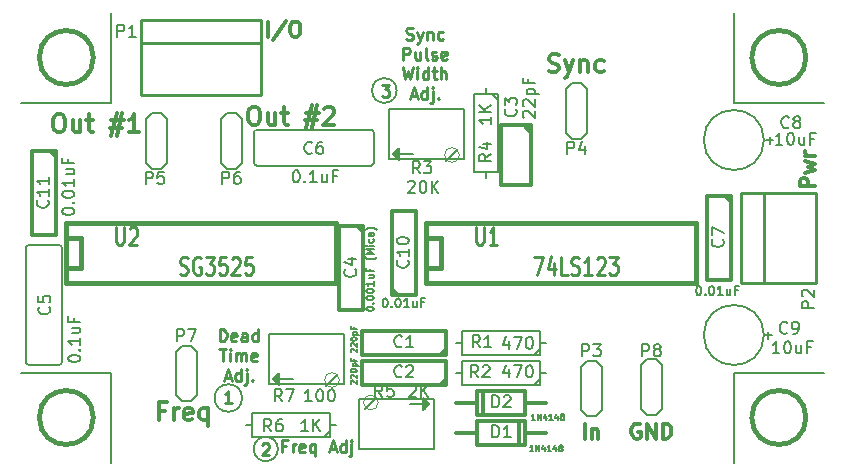
<source format=gto>
G04 (created by PCBNEW (2013-jul-07)-stable) date Thu 15 Dec 2016 11:15:19 PM CST*
%MOIN*%
G04 Gerber Fmt 3.4, Leading zero omitted, Abs format*
%FSLAX34Y34*%
G01*
G70*
G90*
G04 APERTURE LIST*
%ADD10C,0.00590551*%
%ADD11C,0.00787402*%
%ADD12C,0.01*%
%ADD13C,0.011811*%
%ADD14C,0.006*%
%ADD15C,0.005*%
%ADD16C,0.008*%
%ADD17C,0.015*%
%ADD18C,0.012*%
%ADD19C,0.003*%
%ADD20C,0.0125*%
%ADD21C,0.0075*%
%ADD22C,0.01125*%
G04 APERTURE END LIST*
G54D10*
G54D11*
X84262Y-45350D02*
G75*
G03X84262Y-45350I-412J0D01*
G74*
G01*
G54D12*
X83766Y-45161D02*
X84014Y-45161D01*
X83880Y-45314D01*
X83938Y-45314D01*
X83976Y-45333D01*
X83995Y-45352D01*
X84014Y-45390D01*
X84014Y-45485D01*
X83995Y-45523D01*
X83976Y-45542D01*
X83938Y-45561D01*
X83823Y-45561D01*
X83785Y-45542D01*
X83766Y-45523D01*
G54D11*
X80303Y-57300D02*
G75*
G03X80303Y-57300I-403J0D01*
G74*
G01*
X79110Y-55600D02*
G75*
G03X79110Y-55600I-460J0D01*
G74*
G01*
G54D12*
X79785Y-57150D02*
X79804Y-57130D01*
X79842Y-57111D01*
X79938Y-57111D01*
X79976Y-57130D01*
X79995Y-57150D01*
X80014Y-57188D01*
X80014Y-57226D01*
X79995Y-57283D01*
X79766Y-57511D01*
X80014Y-57511D01*
X78764Y-55761D02*
X78535Y-55761D01*
X78650Y-55761D02*
X78650Y-55361D01*
X78611Y-55419D01*
X78573Y-55457D01*
X78535Y-55476D01*
G54D13*
X79976Y-43552D02*
X79976Y-43052D01*
X80571Y-43028D02*
X80142Y-43671D01*
X80833Y-43052D02*
X80928Y-43052D01*
X80976Y-43076D01*
X81023Y-43123D01*
X81047Y-43219D01*
X81047Y-43385D01*
X81023Y-43480D01*
X80976Y-43528D01*
X80928Y-43552D01*
X80833Y-43552D01*
X80785Y-43528D01*
X80738Y-43480D01*
X80714Y-43385D01*
X80714Y-43219D01*
X80738Y-43123D01*
X80785Y-43076D01*
X80833Y-43052D01*
X98202Y-48547D02*
X97702Y-48547D01*
X97702Y-48357D01*
X97726Y-48309D01*
X97750Y-48285D01*
X97797Y-48261D01*
X97869Y-48261D01*
X97916Y-48285D01*
X97940Y-48309D01*
X97964Y-48357D01*
X97964Y-48547D01*
X97869Y-48095D02*
X98202Y-48000D01*
X97964Y-47904D01*
X98202Y-47809D01*
X97869Y-47714D01*
X98202Y-47523D02*
X97869Y-47523D01*
X97964Y-47523D02*
X97916Y-47500D01*
X97892Y-47476D01*
X97869Y-47428D01*
X97869Y-47380D01*
G54D11*
X74750Y-45750D02*
X71750Y-45750D01*
X74750Y-42750D02*
X74750Y-45750D01*
X95500Y-45750D02*
X95500Y-42750D01*
X98500Y-45750D02*
X95500Y-45750D01*
X95500Y-54750D02*
X95500Y-57750D01*
X98500Y-54750D02*
X95500Y-54750D01*
X74750Y-54750D02*
X71750Y-54750D01*
X74750Y-57750D02*
X74750Y-54750D01*
G54D12*
X84580Y-43642D02*
X84638Y-43661D01*
X84733Y-43661D01*
X84771Y-43642D01*
X84790Y-43623D01*
X84809Y-43585D01*
X84809Y-43547D01*
X84790Y-43509D01*
X84771Y-43490D01*
X84733Y-43471D01*
X84657Y-43452D01*
X84619Y-43433D01*
X84600Y-43414D01*
X84580Y-43376D01*
X84580Y-43338D01*
X84600Y-43300D01*
X84619Y-43280D01*
X84657Y-43261D01*
X84752Y-43261D01*
X84809Y-43280D01*
X84942Y-43395D02*
X85038Y-43661D01*
X85133Y-43395D02*
X85038Y-43661D01*
X85000Y-43757D01*
X84980Y-43776D01*
X84942Y-43795D01*
X85285Y-43395D02*
X85285Y-43661D01*
X85285Y-43433D02*
X85304Y-43414D01*
X85342Y-43395D01*
X85400Y-43395D01*
X85438Y-43414D01*
X85457Y-43452D01*
X85457Y-43661D01*
X85819Y-43642D02*
X85780Y-43661D01*
X85704Y-43661D01*
X85666Y-43642D01*
X85647Y-43623D01*
X85628Y-43585D01*
X85628Y-43471D01*
X85647Y-43433D01*
X85666Y-43414D01*
X85704Y-43395D01*
X85780Y-43395D01*
X85819Y-43414D01*
X84476Y-44321D02*
X84476Y-43921D01*
X84628Y-43921D01*
X84666Y-43940D01*
X84685Y-43960D01*
X84704Y-43998D01*
X84704Y-44055D01*
X84685Y-44093D01*
X84666Y-44112D01*
X84628Y-44131D01*
X84476Y-44131D01*
X85047Y-44055D02*
X85047Y-44321D01*
X84876Y-44055D02*
X84876Y-44264D01*
X84895Y-44302D01*
X84933Y-44321D01*
X84990Y-44321D01*
X85028Y-44302D01*
X85047Y-44283D01*
X85295Y-44321D02*
X85257Y-44302D01*
X85238Y-44264D01*
X85238Y-43921D01*
X85428Y-44302D02*
X85466Y-44321D01*
X85542Y-44321D01*
X85580Y-44302D01*
X85600Y-44264D01*
X85600Y-44245D01*
X85580Y-44207D01*
X85542Y-44188D01*
X85485Y-44188D01*
X85447Y-44169D01*
X85428Y-44131D01*
X85428Y-44112D01*
X85447Y-44074D01*
X85485Y-44055D01*
X85542Y-44055D01*
X85580Y-44074D01*
X85923Y-44302D02*
X85885Y-44321D01*
X85809Y-44321D01*
X85771Y-44302D01*
X85752Y-44264D01*
X85752Y-44112D01*
X85771Y-44074D01*
X85809Y-44055D01*
X85885Y-44055D01*
X85923Y-44074D01*
X85942Y-44112D01*
X85942Y-44150D01*
X85752Y-44188D01*
X84457Y-44581D02*
X84552Y-44981D01*
X84628Y-44696D01*
X84704Y-44981D01*
X84800Y-44581D01*
X84952Y-44981D02*
X84952Y-44715D01*
X84952Y-44581D02*
X84933Y-44600D01*
X84952Y-44620D01*
X84971Y-44600D01*
X84952Y-44581D01*
X84952Y-44620D01*
X85314Y-44981D02*
X85314Y-44581D01*
X85314Y-44962D02*
X85276Y-44981D01*
X85200Y-44981D01*
X85161Y-44962D01*
X85142Y-44943D01*
X85123Y-44905D01*
X85123Y-44791D01*
X85142Y-44753D01*
X85161Y-44734D01*
X85200Y-44715D01*
X85276Y-44715D01*
X85314Y-44734D01*
X85447Y-44715D02*
X85600Y-44715D01*
X85504Y-44581D02*
X85504Y-44924D01*
X85523Y-44962D01*
X85561Y-44981D01*
X85600Y-44981D01*
X85733Y-44981D02*
X85733Y-44581D01*
X85904Y-44981D02*
X85904Y-44772D01*
X85885Y-44734D01*
X85847Y-44715D01*
X85790Y-44715D01*
X85752Y-44734D01*
X85733Y-44753D01*
X84733Y-45527D02*
X84923Y-45527D01*
X84695Y-45641D02*
X84828Y-45241D01*
X84961Y-45641D01*
X85266Y-45641D02*
X85266Y-45241D01*
X85266Y-45622D02*
X85228Y-45641D01*
X85152Y-45641D01*
X85114Y-45622D01*
X85095Y-45603D01*
X85076Y-45565D01*
X85076Y-45451D01*
X85095Y-45413D01*
X85114Y-45394D01*
X85152Y-45375D01*
X85228Y-45375D01*
X85266Y-45394D01*
X85457Y-45375D02*
X85457Y-45718D01*
X85438Y-45756D01*
X85400Y-45775D01*
X85380Y-45775D01*
X85457Y-45241D02*
X85438Y-45260D01*
X85457Y-45280D01*
X85476Y-45260D01*
X85457Y-45241D01*
X85457Y-45280D01*
X85647Y-45603D02*
X85666Y-45622D01*
X85647Y-45641D01*
X85628Y-45622D01*
X85647Y-45603D01*
X85647Y-45641D01*
X80580Y-57202D02*
X80447Y-57202D01*
X80447Y-57411D02*
X80447Y-57011D01*
X80638Y-57011D01*
X80790Y-57411D02*
X80790Y-57145D01*
X80790Y-57221D02*
X80809Y-57183D01*
X80828Y-57164D01*
X80866Y-57145D01*
X80904Y-57145D01*
X81190Y-57392D02*
X81152Y-57411D01*
X81076Y-57411D01*
X81038Y-57392D01*
X81019Y-57354D01*
X81019Y-57202D01*
X81038Y-57164D01*
X81076Y-57145D01*
X81152Y-57145D01*
X81190Y-57164D01*
X81209Y-57202D01*
X81209Y-57240D01*
X81019Y-57278D01*
X81552Y-57145D02*
X81552Y-57545D01*
X81552Y-57392D02*
X81514Y-57411D01*
X81438Y-57411D01*
X81400Y-57392D01*
X81380Y-57373D01*
X81361Y-57335D01*
X81361Y-57221D01*
X81380Y-57183D01*
X81400Y-57164D01*
X81438Y-57145D01*
X81514Y-57145D01*
X81552Y-57164D01*
X82028Y-57297D02*
X82219Y-57297D01*
X81990Y-57411D02*
X82123Y-57011D01*
X82257Y-57411D01*
X82561Y-57411D02*
X82561Y-57011D01*
X82561Y-57392D02*
X82523Y-57411D01*
X82447Y-57411D01*
X82409Y-57392D01*
X82390Y-57373D01*
X82371Y-57335D01*
X82371Y-57221D01*
X82390Y-57183D01*
X82409Y-57164D01*
X82447Y-57145D01*
X82523Y-57145D01*
X82561Y-57164D01*
X82752Y-57145D02*
X82752Y-57488D01*
X82733Y-57526D01*
X82695Y-57545D01*
X82676Y-57545D01*
X82752Y-57011D02*
X82733Y-57030D01*
X82752Y-57050D01*
X82771Y-57030D01*
X82752Y-57011D01*
X82752Y-57050D01*
X78361Y-53711D02*
X78361Y-53311D01*
X78457Y-53311D01*
X78514Y-53330D01*
X78552Y-53369D01*
X78571Y-53407D01*
X78590Y-53483D01*
X78590Y-53540D01*
X78571Y-53616D01*
X78552Y-53654D01*
X78514Y-53692D01*
X78457Y-53711D01*
X78361Y-53711D01*
X78914Y-53692D02*
X78876Y-53711D01*
X78800Y-53711D01*
X78761Y-53692D01*
X78742Y-53654D01*
X78742Y-53502D01*
X78761Y-53464D01*
X78800Y-53445D01*
X78876Y-53445D01*
X78914Y-53464D01*
X78933Y-53502D01*
X78933Y-53540D01*
X78742Y-53578D01*
X79276Y-53711D02*
X79276Y-53502D01*
X79257Y-53464D01*
X79219Y-53445D01*
X79142Y-53445D01*
X79104Y-53464D01*
X79276Y-53692D02*
X79238Y-53711D01*
X79142Y-53711D01*
X79104Y-53692D01*
X79085Y-53654D01*
X79085Y-53616D01*
X79104Y-53578D01*
X79142Y-53559D01*
X79238Y-53559D01*
X79276Y-53540D01*
X79638Y-53711D02*
X79638Y-53311D01*
X79638Y-53692D02*
X79600Y-53711D01*
X79523Y-53711D01*
X79485Y-53692D01*
X79466Y-53673D01*
X79447Y-53635D01*
X79447Y-53521D01*
X79466Y-53483D01*
X79485Y-53464D01*
X79523Y-53445D01*
X79600Y-53445D01*
X79638Y-53464D01*
X78352Y-53971D02*
X78580Y-53971D01*
X78466Y-54371D02*
X78466Y-53971D01*
X78714Y-54371D02*
X78714Y-54105D01*
X78714Y-53971D02*
X78695Y-53990D01*
X78714Y-54010D01*
X78733Y-53990D01*
X78714Y-53971D01*
X78714Y-54010D01*
X78904Y-54371D02*
X78904Y-54105D01*
X78904Y-54143D02*
X78923Y-54124D01*
X78961Y-54105D01*
X79019Y-54105D01*
X79057Y-54124D01*
X79076Y-54162D01*
X79076Y-54371D01*
X79076Y-54162D02*
X79095Y-54124D01*
X79133Y-54105D01*
X79190Y-54105D01*
X79228Y-54124D01*
X79247Y-54162D01*
X79247Y-54371D01*
X79590Y-54352D02*
X79552Y-54371D01*
X79476Y-54371D01*
X79438Y-54352D01*
X79419Y-54314D01*
X79419Y-54162D01*
X79438Y-54124D01*
X79476Y-54105D01*
X79552Y-54105D01*
X79590Y-54124D01*
X79609Y-54162D01*
X79609Y-54200D01*
X79419Y-54238D01*
X78533Y-54917D02*
X78723Y-54917D01*
X78495Y-55031D02*
X78628Y-54631D01*
X78761Y-55031D01*
X79066Y-55031D02*
X79066Y-54631D01*
X79066Y-55012D02*
X79028Y-55031D01*
X78952Y-55031D01*
X78914Y-55012D01*
X78895Y-54993D01*
X78876Y-54955D01*
X78876Y-54841D01*
X78895Y-54803D01*
X78914Y-54784D01*
X78952Y-54765D01*
X79028Y-54765D01*
X79066Y-54784D01*
X79257Y-54765D02*
X79257Y-55108D01*
X79238Y-55146D01*
X79200Y-55165D01*
X79180Y-55165D01*
X79257Y-54631D02*
X79238Y-54650D01*
X79257Y-54670D01*
X79276Y-54650D01*
X79257Y-54631D01*
X79257Y-54670D01*
X79447Y-54993D02*
X79466Y-55012D01*
X79447Y-55031D01*
X79428Y-55012D01*
X79447Y-54993D01*
X79447Y-55031D01*
G54D13*
X92369Y-56476D02*
X92321Y-56452D01*
X92250Y-56452D01*
X92178Y-56476D01*
X92130Y-56523D01*
X92107Y-56571D01*
X92083Y-56666D01*
X92083Y-56738D01*
X92107Y-56833D01*
X92130Y-56880D01*
X92178Y-56928D01*
X92250Y-56952D01*
X92297Y-56952D01*
X92369Y-56928D01*
X92392Y-56904D01*
X92392Y-56738D01*
X92297Y-56738D01*
X92607Y-56952D02*
X92607Y-56452D01*
X92892Y-56952D01*
X92892Y-56452D01*
X93130Y-56952D02*
X93130Y-56452D01*
X93250Y-56452D01*
X93321Y-56476D01*
X93369Y-56523D01*
X93392Y-56571D01*
X93416Y-56666D01*
X93416Y-56738D01*
X93392Y-56833D01*
X93369Y-56880D01*
X93321Y-56928D01*
X93250Y-56952D01*
X93130Y-56952D01*
X76531Y-56029D02*
X76334Y-56029D01*
X76334Y-56339D02*
X76334Y-55748D01*
X76615Y-55748D01*
X76840Y-56339D02*
X76840Y-55945D01*
X76840Y-56057D02*
X76868Y-56001D01*
X76896Y-55973D01*
X76953Y-55945D01*
X77009Y-55945D01*
X77431Y-56310D02*
X77374Y-56339D01*
X77262Y-56339D01*
X77206Y-56310D01*
X77178Y-56254D01*
X77178Y-56029D01*
X77206Y-55973D01*
X77262Y-55945D01*
X77374Y-55945D01*
X77431Y-55973D01*
X77459Y-56029D01*
X77459Y-56085D01*
X77178Y-56142D01*
X77965Y-55945D02*
X77965Y-56535D01*
X77965Y-56310D02*
X77909Y-56339D01*
X77796Y-56339D01*
X77740Y-56310D01*
X77712Y-56282D01*
X77684Y-56226D01*
X77684Y-56057D01*
X77712Y-56001D01*
X77740Y-55973D01*
X77796Y-55945D01*
X77909Y-55945D01*
X77965Y-55973D01*
X90523Y-56952D02*
X90523Y-56452D01*
X90761Y-56619D02*
X90761Y-56952D01*
X90761Y-56666D02*
X90785Y-56642D01*
X90833Y-56619D01*
X90904Y-56619D01*
X90952Y-56642D01*
X90976Y-56690D01*
X90976Y-56952D01*
X79456Y-45898D02*
X79568Y-45898D01*
X79625Y-45926D01*
X79681Y-45982D01*
X79709Y-46095D01*
X79709Y-46292D01*
X79681Y-46404D01*
X79625Y-46460D01*
X79568Y-46489D01*
X79456Y-46489D01*
X79400Y-46460D01*
X79343Y-46404D01*
X79315Y-46292D01*
X79315Y-46095D01*
X79343Y-45982D01*
X79400Y-45926D01*
X79456Y-45898D01*
X80215Y-46095D02*
X80215Y-46489D01*
X79962Y-46095D02*
X79962Y-46404D01*
X79990Y-46460D01*
X80046Y-46489D01*
X80131Y-46489D01*
X80187Y-46460D01*
X80215Y-46432D01*
X80412Y-46095D02*
X80637Y-46095D01*
X80496Y-45898D02*
X80496Y-46404D01*
X80525Y-46460D01*
X80581Y-46489D01*
X80637Y-46489D01*
X81256Y-46095D02*
X81678Y-46095D01*
X81424Y-45842D02*
X81256Y-46601D01*
X81621Y-46348D02*
X81199Y-46348D01*
X81453Y-46601D02*
X81621Y-45842D01*
X81846Y-45954D02*
X81874Y-45926D01*
X81931Y-45898D01*
X82071Y-45898D01*
X82127Y-45926D01*
X82156Y-45954D01*
X82184Y-46010D01*
X82184Y-46067D01*
X82156Y-46151D01*
X81818Y-46489D01*
X82184Y-46489D01*
X72956Y-46148D02*
X73068Y-46148D01*
X73125Y-46176D01*
X73181Y-46232D01*
X73209Y-46345D01*
X73209Y-46542D01*
X73181Y-46654D01*
X73125Y-46710D01*
X73068Y-46739D01*
X72956Y-46739D01*
X72900Y-46710D01*
X72843Y-46654D01*
X72815Y-46542D01*
X72815Y-46345D01*
X72843Y-46232D01*
X72900Y-46176D01*
X72956Y-46148D01*
X73715Y-46345D02*
X73715Y-46739D01*
X73462Y-46345D02*
X73462Y-46654D01*
X73490Y-46710D01*
X73546Y-46739D01*
X73631Y-46739D01*
X73687Y-46710D01*
X73715Y-46682D01*
X73912Y-46345D02*
X74137Y-46345D01*
X73996Y-46148D02*
X73996Y-46654D01*
X74025Y-46710D01*
X74081Y-46739D01*
X74137Y-46739D01*
X74756Y-46345D02*
X75178Y-46345D01*
X74924Y-46092D02*
X74756Y-46851D01*
X75121Y-46598D02*
X74699Y-46598D01*
X74953Y-46851D02*
X75121Y-46092D01*
X75684Y-46739D02*
X75346Y-46739D01*
X75515Y-46739D02*
X75515Y-46148D01*
X75459Y-46232D01*
X75402Y-46289D01*
X75346Y-46317D01*
X89336Y-44710D02*
X89420Y-44739D01*
X89561Y-44739D01*
X89617Y-44710D01*
X89645Y-44682D01*
X89673Y-44626D01*
X89673Y-44570D01*
X89645Y-44514D01*
X89617Y-44485D01*
X89561Y-44457D01*
X89448Y-44429D01*
X89392Y-44401D01*
X89364Y-44373D01*
X89336Y-44317D01*
X89336Y-44260D01*
X89364Y-44204D01*
X89392Y-44176D01*
X89448Y-44148D01*
X89589Y-44148D01*
X89673Y-44176D01*
X89870Y-44345D02*
X90010Y-44739D01*
X90151Y-44345D02*
X90010Y-44739D01*
X89954Y-44879D01*
X89926Y-44907D01*
X89870Y-44935D01*
X90376Y-44345D02*
X90376Y-44739D01*
X90376Y-44401D02*
X90404Y-44373D01*
X90460Y-44345D01*
X90545Y-44345D01*
X90601Y-44373D01*
X90629Y-44429D01*
X90629Y-44739D01*
X91163Y-44710D02*
X91107Y-44739D01*
X90995Y-44739D01*
X90938Y-44710D01*
X90910Y-44682D01*
X90882Y-44626D01*
X90882Y-44457D01*
X90910Y-44401D01*
X90938Y-44373D01*
X90995Y-44345D01*
X91107Y-44345D01*
X91163Y-44373D01*
G54D14*
X73100Y-54400D02*
X73100Y-50600D01*
X73000Y-50500D02*
X72000Y-50500D01*
X71900Y-50600D02*
X71900Y-54400D01*
X72000Y-54500D02*
X73000Y-54500D01*
X73000Y-54500D02*
G75*
G03X73100Y-54400I0J100D01*
G74*
G01*
X71900Y-54400D02*
G75*
G03X72000Y-54500I100J0D01*
G74*
G01*
X72000Y-50500D02*
G75*
G03X71900Y-50600I0J-100D01*
G74*
G01*
X73100Y-50600D02*
G75*
G03X73000Y-50500I-100J0D01*
G74*
G01*
X83400Y-46650D02*
X79600Y-46650D01*
X79500Y-46750D02*
X79500Y-47750D01*
X79600Y-47850D02*
X83400Y-47850D01*
X83500Y-47750D02*
X83500Y-46750D01*
X83500Y-46750D02*
G75*
G03X83400Y-46650I-100J0D01*
G74*
G01*
X83400Y-47850D02*
G75*
G03X83500Y-47750I0J100D01*
G74*
G01*
X79500Y-47750D02*
G75*
G03X79600Y-47850I100J0D01*
G74*
G01*
X79600Y-46650D02*
G75*
G03X79500Y-46750I0J-100D01*
G74*
G01*
G54D15*
X96501Y-47000D02*
G75*
G03X96501Y-47000I-1001J0D01*
G74*
G01*
X96501Y-53500D02*
G75*
G03X96501Y-53500I-1001J0D01*
G74*
G01*
G54D16*
X93100Y-54500D02*
X93100Y-55950D01*
X93100Y-55950D02*
X92900Y-56150D01*
X92900Y-56150D02*
X92600Y-56150D01*
X92600Y-56150D02*
X92400Y-55950D01*
X92400Y-55950D02*
X92400Y-54500D01*
X92400Y-54500D02*
X92600Y-54300D01*
X92600Y-54300D02*
X92900Y-54300D01*
X92900Y-54300D02*
X93100Y-54500D01*
X78400Y-47750D02*
X78400Y-46300D01*
X78400Y-46300D02*
X78600Y-46100D01*
X78600Y-46100D02*
X78900Y-46100D01*
X78900Y-46100D02*
X79100Y-46300D01*
X79100Y-46300D02*
X79100Y-47750D01*
X79100Y-47750D02*
X78900Y-47950D01*
X78900Y-47950D02*
X78600Y-47950D01*
X78600Y-47950D02*
X78400Y-47750D01*
X75900Y-47750D02*
X75900Y-46300D01*
X75900Y-46300D02*
X76100Y-46100D01*
X76100Y-46100D02*
X76400Y-46100D01*
X76400Y-46100D02*
X76600Y-46300D01*
X76600Y-46300D02*
X76600Y-47750D01*
X76600Y-47750D02*
X76400Y-47950D01*
X76400Y-47950D02*
X76100Y-47950D01*
X76100Y-47950D02*
X75900Y-47750D01*
X76900Y-55500D02*
X76900Y-54050D01*
X76900Y-54050D02*
X77100Y-53850D01*
X77100Y-53850D02*
X77400Y-53850D01*
X77400Y-53850D02*
X77600Y-54050D01*
X77600Y-54050D02*
X77600Y-55500D01*
X77600Y-55500D02*
X77400Y-55700D01*
X77400Y-55700D02*
X77100Y-55700D01*
X77100Y-55700D02*
X76900Y-55500D01*
X89900Y-46750D02*
X89900Y-45300D01*
X89900Y-45300D02*
X90100Y-45100D01*
X90100Y-45100D02*
X90400Y-45100D01*
X90400Y-45100D02*
X90600Y-45300D01*
X90600Y-45300D02*
X90600Y-46750D01*
X90600Y-46750D02*
X90400Y-46950D01*
X90400Y-46950D02*
X90100Y-46950D01*
X90100Y-46950D02*
X89900Y-46750D01*
X90400Y-56000D02*
X90400Y-54550D01*
X90400Y-54550D02*
X90600Y-54350D01*
X90600Y-54350D02*
X90900Y-54350D01*
X90900Y-54350D02*
X91100Y-54550D01*
X91100Y-54550D02*
X91100Y-56000D01*
X91100Y-56000D02*
X90900Y-56200D01*
X90900Y-56200D02*
X90600Y-56200D01*
X90600Y-56200D02*
X90400Y-56000D01*
X87250Y-45250D02*
X87250Y-45450D01*
X87250Y-48250D02*
X87250Y-48050D01*
X87250Y-48050D02*
X87650Y-48050D01*
X87650Y-48050D02*
X87650Y-45450D01*
X87650Y-45450D02*
X86850Y-45450D01*
X86850Y-45450D02*
X86850Y-48050D01*
X86850Y-48050D02*
X87250Y-48050D01*
X87450Y-45450D02*
X87650Y-45650D01*
X89250Y-53750D02*
X89050Y-53750D01*
X86250Y-53750D02*
X86450Y-53750D01*
X86450Y-53750D02*
X86450Y-54150D01*
X86450Y-54150D02*
X89050Y-54150D01*
X89050Y-54150D02*
X89050Y-53350D01*
X89050Y-53350D02*
X86450Y-53350D01*
X86450Y-53350D02*
X86450Y-53750D01*
X89050Y-53950D02*
X88850Y-54150D01*
X89250Y-54750D02*
X89050Y-54750D01*
X86250Y-54750D02*
X86450Y-54750D01*
X86450Y-54750D02*
X86450Y-55150D01*
X86450Y-55150D02*
X89050Y-55150D01*
X89050Y-55150D02*
X89050Y-54350D01*
X89050Y-54350D02*
X86450Y-54350D01*
X86450Y-54350D02*
X86450Y-54750D01*
X89050Y-54950D02*
X88850Y-55150D01*
X82250Y-56500D02*
X82050Y-56500D01*
X79250Y-56500D02*
X79450Y-56500D01*
X79450Y-56500D02*
X79450Y-56900D01*
X79450Y-56900D02*
X82050Y-56900D01*
X82050Y-56900D02*
X82050Y-56100D01*
X82050Y-56100D02*
X79450Y-56100D01*
X79450Y-56100D02*
X79450Y-56500D01*
X82050Y-56700D02*
X81850Y-56900D01*
G54D17*
X73250Y-50250D02*
X73250Y-50250D01*
X73250Y-50250D02*
X73750Y-50250D01*
X73750Y-50250D02*
X73750Y-51250D01*
X73750Y-51250D02*
X73250Y-51250D01*
X73250Y-49750D02*
X82250Y-49750D01*
X82250Y-49750D02*
X82250Y-51750D01*
X82250Y-51750D02*
X73250Y-51750D01*
X73250Y-51750D02*
X73250Y-49750D01*
X85250Y-50250D02*
X85250Y-50250D01*
X85250Y-50250D02*
X85750Y-50250D01*
X85750Y-50250D02*
X85750Y-51250D01*
X85750Y-51250D02*
X85250Y-51250D01*
X85250Y-49750D02*
X94250Y-49750D01*
X94250Y-49750D02*
X94250Y-51750D01*
X94250Y-51750D02*
X85250Y-51750D01*
X85250Y-51750D02*
X85250Y-49750D01*
G54D18*
X72900Y-47350D02*
X72900Y-50150D01*
X72900Y-50150D02*
X72100Y-50150D01*
X72100Y-50150D02*
X72100Y-47350D01*
X72100Y-47350D02*
X72900Y-47350D01*
X72700Y-47350D02*
X72900Y-47550D01*
X95400Y-48850D02*
X95400Y-51650D01*
X95400Y-51650D02*
X94600Y-51650D01*
X94600Y-51650D02*
X94600Y-48850D01*
X94600Y-48850D02*
X95400Y-48850D01*
X95200Y-48850D02*
X95400Y-49050D01*
X84100Y-52150D02*
X84100Y-49350D01*
X84100Y-49350D02*
X84900Y-49350D01*
X84900Y-49350D02*
X84900Y-52150D01*
X84900Y-52150D02*
X84100Y-52150D01*
X84300Y-52150D02*
X84100Y-51950D01*
X83150Y-49850D02*
X83150Y-52650D01*
X83150Y-52650D02*
X82350Y-52650D01*
X82350Y-52650D02*
X82350Y-49850D01*
X82350Y-49850D02*
X83150Y-49850D01*
X82950Y-49850D02*
X83150Y-50050D01*
X85900Y-55150D02*
X83100Y-55150D01*
X83100Y-55150D02*
X83100Y-54350D01*
X83100Y-54350D02*
X85900Y-54350D01*
X85900Y-54350D02*
X85900Y-55150D01*
X85900Y-54950D02*
X85700Y-55150D01*
X85900Y-54150D02*
X83100Y-54150D01*
X83100Y-54150D02*
X83100Y-53350D01*
X83100Y-53350D02*
X85900Y-53350D01*
X85900Y-53350D02*
X85900Y-54150D01*
X85900Y-53950D02*
X85700Y-54150D01*
X88750Y-46520D02*
X88750Y-48500D01*
X88750Y-48500D02*
X87750Y-48500D01*
X87750Y-48500D02*
X87750Y-46500D01*
X87750Y-46500D02*
X88750Y-46500D01*
X88500Y-46500D02*
X88750Y-46750D01*
G54D12*
X75750Y-43000D02*
X79750Y-43000D01*
X79750Y-43000D02*
X79750Y-43750D01*
X79750Y-43750D02*
X79750Y-45500D01*
X79750Y-45500D02*
X75750Y-45500D01*
X75750Y-45500D02*
X75750Y-43750D01*
X75750Y-43750D02*
X75750Y-43000D01*
X75750Y-43750D02*
X79750Y-43750D01*
X95750Y-51750D02*
X95750Y-48750D01*
X95750Y-48750D02*
X96500Y-48750D01*
X96500Y-48750D02*
X98250Y-48750D01*
X98250Y-48750D02*
X98250Y-51750D01*
X98250Y-51750D02*
X96500Y-51750D01*
X96500Y-51750D02*
X95750Y-51750D01*
X96500Y-51750D02*
X96500Y-48750D01*
G54D10*
X85350Y-55800D02*
X84700Y-55800D01*
X85150Y-55600D02*
X85350Y-55800D01*
X85350Y-55800D02*
X85150Y-56000D01*
G54D14*
X83000Y-57300D02*
X85500Y-57300D01*
X85500Y-57300D02*
X85500Y-57050D01*
X85500Y-57050D02*
X85500Y-55950D01*
X85500Y-55950D02*
X85500Y-55631D01*
X85500Y-55631D02*
X83000Y-55631D01*
X83000Y-55631D02*
X83000Y-55950D01*
X83000Y-55950D02*
X83000Y-57050D01*
X83000Y-57050D02*
X83000Y-57300D01*
X83200Y-55950D02*
X83600Y-55550D01*
X85250Y-55700D02*
X85250Y-55900D01*
X85200Y-55800D02*
X85200Y-55950D01*
X85200Y-55650D02*
X85200Y-55800D01*
X85150Y-56000D02*
X85150Y-55600D01*
G54D19*
X83647Y-55750D02*
G75*
G03X83647Y-55750I-247J0D01*
G74*
G01*
G54D10*
X80150Y-54950D02*
X80800Y-54950D01*
X80350Y-55150D02*
X80150Y-54950D01*
X80150Y-54950D02*
X80350Y-54750D01*
G54D14*
X82500Y-53450D02*
X80000Y-53450D01*
X80000Y-53450D02*
X80000Y-53700D01*
X80000Y-53700D02*
X80000Y-54800D01*
X80000Y-54800D02*
X80000Y-55119D01*
X80000Y-55119D02*
X82500Y-55119D01*
X82500Y-55119D02*
X82500Y-54800D01*
X82500Y-54800D02*
X82500Y-53700D01*
X82500Y-53700D02*
X82500Y-53450D01*
X82300Y-54800D02*
X81900Y-55200D01*
X80250Y-55050D02*
X80250Y-54850D01*
X80300Y-54950D02*
X80300Y-54800D01*
X80300Y-55100D02*
X80300Y-54950D01*
X80350Y-54750D02*
X80350Y-55150D01*
G54D19*
X82347Y-55000D02*
G75*
G03X82347Y-55000I-247J0D01*
G74*
G01*
G54D10*
X84150Y-47450D02*
X84800Y-47450D01*
X84350Y-47650D02*
X84150Y-47450D01*
X84150Y-47450D02*
X84350Y-47250D01*
G54D14*
X86500Y-45950D02*
X84000Y-45950D01*
X84000Y-45950D02*
X84000Y-46200D01*
X84000Y-46200D02*
X84000Y-47300D01*
X84000Y-47300D02*
X84000Y-47619D01*
X84000Y-47619D02*
X86500Y-47619D01*
X86500Y-47619D02*
X86500Y-47300D01*
X86500Y-47300D02*
X86500Y-46200D01*
X86500Y-46200D02*
X86500Y-45950D01*
X86300Y-47300D02*
X85900Y-47700D01*
X84250Y-47550D02*
X84250Y-47350D01*
X84300Y-47450D02*
X84300Y-47300D01*
X84300Y-47600D02*
X84300Y-47450D01*
X84350Y-47250D02*
X84350Y-47650D01*
G54D19*
X86347Y-47500D02*
G75*
G03X86347Y-47500I-247J0D01*
G74*
G01*
G54D20*
X88550Y-56750D02*
X89250Y-56750D01*
X86950Y-56750D02*
X86250Y-56750D01*
X88350Y-56350D02*
X88350Y-57150D01*
X86950Y-56350D02*
X86950Y-57150D01*
X86950Y-57150D02*
X88550Y-57150D01*
X88550Y-57150D02*
X88550Y-56350D01*
X88550Y-56350D02*
X86950Y-56350D01*
X86950Y-55750D02*
X86250Y-55750D01*
X88550Y-55750D02*
X89250Y-55750D01*
X87150Y-56150D02*
X87150Y-55350D01*
X88550Y-56150D02*
X88550Y-55350D01*
X88550Y-55350D02*
X86950Y-55350D01*
X86950Y-55350D02*
X86950Y-56150D01*
X86950Y-56150D02*
X88550Y-56150D01*
G54D17*
X97900Y-44250D02*
G75*
G03X97900Y-44250I-900J0D01*
G74*
G01*
X74150Y-44250D02*
G75*
G03X74150Y-44250I-900J0D01*
G74*
G01*
X74150Y-56250D02*
G75*
G03X74150Y-56250I-900J0D01*
G74*
G01*
X97900Y-56250D02*
G75*
G03X97900Y-56250I-900J0D01*
G74*
G01*
G54D16*
X72673Y-52566D02*
X72692Y-52585D01*
X72711Y-52642D01*
X72711Y-52680D01*
X72692Y-52738D01*
X72654Y-52776D01*
X72616Y-52795D01*
X72540Y-52814D01*
X72483Y-52814D01*
X72407Y-52795D01*
X72369Y-52776D01*
X72330Y-52738D01*
X72311Y-52680D01*
X72311Y-52642D01*
X72330Y-52585D01*
X72350Y-52566D01*
X72311Y-52204D02*
X72311Y-52395D01*
X72502Y-52414D01*
X72483Y-52395D01*
X72464Y-52357D01*
X72464Y-52261D01*
X72483Y-52223D01*
X72502Y-52204D01*
X72540Y-52185D01*
X72635Y-52185D01*
X72673Y-52204D01*
X72692Y-52223D01*
X72711Y-52261D01*
X72711Y-52357D01*
X72692Y-52395D01*
X72673Y-52414D01*
X73311Y-54307D02*
X73311Y-54269D01*
X73330Y-54230D01*
X73350Y-54211D01*
X73388Y-54192D01*
X73464Y-54173D01*
X73559Y-54173D01*
X73635Y-54192D01*
X73673Y-54211D01*
X73692Y-54230D01*
X73711Y-54269D01*
X73711Y-54307D01*
X73692Y-54345D01*
X73673Y-54364D01*
X73635Y-54383D01*
X73559Y-54402D01*
X73464Y-54402D01*
X73388Y-54383D01*
X73350Y-54364D01*
X73330Y-54345D01*
X73311Y-54307D01*
X73673Y-54002D02*
X73692Y-53983D01*
X73711Y-54002D01*
X73692Y-54021D01*
X73673Y-54002D01*
X73711Y-54002D01*
X73711Y-53602D02*
X73711Y-53830D01*
X73711Y-53716D02*
X73311Y-53716D01*
X73369Y-53754D01*
X73407Y-53792D01*
X73426Y-53830D01*
X73445Y-53259D02*
X73711Y-53259D01*
X73445Y-53430D02*
X73654Y-53430D01*
X73692Y-53411D01*
X73711Y-53373D01*
X73711Y-53316D01*
X73692Y-53278D01*
X73673Y-53259D01*
X73502Y-52935D02*
X73502Y-53069D01*
X73711Y-53069D02*
X73311Y-53069D01*
X73311Y-52878D01*
X81433Y-47423D02*
X81414Y-47442D01*
X81357Y-47461D01*
X81319Y-47461D01*
X81261Y-47442D01*
X81223Y-47404D01*
X81204Y-47366D01*
X81185Y-47290D01*
X81185Y-47233D01*
X81204Y-47157D01*
X81223Y-47119D01*
X81261Y-47080D01*
X81319Y-47061D01*
X81357Y-47061D01*
X81414Y-47080D01*
X81433Y-47100D01*
X81776Y-47061D02*
X81700Y-47061D01*
X81661Y-47080D01*
X81642Y-47100D01*
X81604Y-47157D01*
X81585Y-47233D01*
X81585Y-47385D01*
X81604Y-47423D01*
X81623Y-47442D01*
X81661Y-47461D01*
X81738Y-47461D01*
X81776Y-47442D01*
X81795Y-47423D01*
X81814Y-47385D01*
X81814Y-47290D01*
X81795Y-47252D01*
X81776Y-47233D01*
X81738Y-47214D01*
X81661Y-47214D01*
X81623Y-47233D01*
X81604Y-47252D01*
X81585Y-47290D01*
X80892Y-48011D02*
X80930Y-48011D01*
X80969Y-48030D01*
X80988Y-48050D01*
X81007Y-48088D01*
X81026Y-48164D01*
X81026Y-48259D01*
X81007Y-48335D01*
X80988Y-48373D01*
X80969Y-48392D01*
X80930Y-48411D01*
X80892Y-48411D01*
X80854Y-48392D01*
X80835Y-48373D01*
X80816Y-48335D01*
X80797Y-48259D01*
X80797Y-48164D01*
X80816Y-48088D01*
X80835Y-48050D01*
X80854Y-48030D01*
X80892Y-48011D01*
X81197Y-48373D02*
X81216Y-48392D01*
X81197Y-48411D01*
X81178Y-48392D01*
X81197Y-48373D01*
X81197Y-48411D01*
X81597Y-48411D02*
X81369Y-48411D01*
X81483Y-48411D02*
X81483Y-48011D01*
X81445Y-48069D01*
X81407Y-48107D01*
X81369Y-48126D01*
X81940Y-48145D02*
X81940Y-48411D01*
X81769Y-48145D02*
X81769Y-48354D01*
X81788Y-48392D01*
X81826Y-48411D01*
X81883Y-48411D01*
X81921Y-48392D01*
X81940Y-48373D01*
X82264Y-48202D02*
X82130Y-48202D01*
X82130Y-48411D02*
X82130Y-48011D01*
X82321Y-48011D01*
X97333Y-46573D02*
X97314Y-46592D01*
X97257Y-46611D01*
X97219Y-46611D01*
X97161Y-46592D01*
X97123Y-46554D01*
X97104Y-46516D01*
X97085Y-46440D01*
X97085Y-46383D01*
X97104Y-46307D01*
X97123Y-46269D01*
X97161Y-46230D01*
X97219Y-46211D01*
X97257Y-46211D01*
X97314Y-46230D01*
X97333Y-46250D01*
X97561Y-46383D02*
X97523Y-46364D01*
X97504Y-46345D01*
X97485Y-46307D01*
X97485Y-46288D01*
X97504Y-46250D01*
X97523Y-46230D01*
X97561Y-46211D01*
X97638Y-46211D01*
X97676Y-46230D01*
X97695Y-46250D01*
X97714Y-46288D01*
X97714Y-46307D01*
X97695Y-46345D01*
X97676Y-46364D01*
X97638Y-46383D01*
X97561Y-46383D01*
X97523Y-46402D01*
X97504Y-46421D01*
X97485Y-46459D01*
X97485Y-46535D01*
X97504Y-46573D01*
X97523Y-46592D01*
X97561Y-46611D01*
X97638Y-46611D01*
X97676Y-46592D01*
X97695Y-46573D01*
X97714Y-46535D01*
X97714Y-46459D01*
X97695Y-46421D01*
X97676Y-46402D01*
X97638Y-46383D01*
X97121Y-47161D02*
X96892Y-47161D01*
X97007Y-47161D02*
X97007Y-46761D01*
X96969Y-46819D01*
X96930Y-46857D01*
X96892Y-46876D01*
X97369Y-46761D02*
X97407Y-46761D01*
X97445Y-46780D01*
X97464Y-46800D01*
X97483Y-46838D01*
X97502Y-46914D01*
X97502Y-47009D01*
X97483Y-47085D01*
X97464Y-47123D01*
X97445Y-47142D01*
X97407Y-47161D01*
X97369Y-47161D01*
X97330Y-47142D01*
X97311Y-47123D01*
X97292Y-47085D01*
X97273Y-47009D01*
X97273Y-46914D01*
X97292Y-46838D01*
X97311Y-46800D01*
X97330Y-46780D01*
X97369Y-46761D01*
X97845Y-46895D02*
X97845Y-47161D01*
X97673Y-46895D02*
X97673Y-47104D01*
X97692Y-47142D01*
X97730Y-47161D01*
X97788Y-47161D01*
X97826Y-47142D01*
X97845Y-47123D01*
X98169Y-46952D02*
X98035Y-46952D01*
X98035Y-47161D02*
X98035Y-46761D01*
X98226Y-46761D01*
G54D21*
X96585Y-47007D02*
X96814Y-47007D01*
X96700Y-47121D02*
X96700Y-46892D01*
G54D16*
X97283Y-53423D02*
X97264Y-53442D01*
X97207Y-53461D01*
X97169Y-53461D01*
X97111Y-53442D01*
X97073Y-53404D01*
X97054Y-53366D01*
X97035Y-53290D01*
X97035Y-53233D01*
X97054Y-53157D01*
X97073Y-53119D01*
X97111Y-53080D01*
X97169Y-53061D01*
X97207Y-53061D01*
X97264Y-53080D01*
X97283Y-53100D01*
X97473Y-53461D02*
X97550Y-53461D01*
X97588Y-53442D01*
X97607Y-53423D01*
X97645Y-53366D01*
X97664Y-53290D01*
X97664Y-53138D01*
X97645Y-53100D01*
X97626Y-53080D01*
X97588Y-53061D01*
X97511Y-53061D01*
X97473Y-53080D01*
X97454Y-53100D01*
X97435Y-53138D01*
X97435Y-53233D01*
X97454Y-53271D01*
X97473Y-53290D01*
X97511Y-53309D01*
X97588Y-53309D01*
X97626Y-53290D01*
X97645Y-53271D01*
X97664Y-53233D01*
X97021Y-54111D02*
X96792Y-54111D01*
X96907Y-54111D02*
X96907Y-53711D01*
X96869Y-53769D01*
X96830Y-53807D01*
X96792Y-53826D01*
X97269Y-53711D02*
X97307Y-53711D01*
X97345Y-53730D01*
X97364Y-53750D01*
X97383Y-53788D01*
X97402Y-53864D01*
X97402Y-53959D01*
X97383Y-54035D01*
X97364Y-54073D01*
X97345Y-54092D01*
X97307Y-54111D01*
X97269Y-54111D01*
X97230Y-54092D01*
X97211Y-54073D01*
X97192Y-54035D01*
X97173Y-53959D01*
X97173Y-53864D01*
X97192Y-53788D01*
X97211Y-53750D01*
X97230Y-53730D01*
X97269Y-53711D01*
X97745Y-53845D02*
X97745Y-54111D01*
X97573Y-53845D02*
X97573Y-54054D01*
X97592Y-54092D01*
X97630Y-54111D01*
X97688Y-54111D01*
X97726Y-54092D01*
X97745Y-54073D01*
X98069Y-53902D02*
X97935Y-53902D01*
X97935Y-54111D02*
X97935Y-53711D01*
X98126Y-53711D01*
G54D21*
X96535Y-53507D02*
X96764Y-53507D01*
X96650Y-53621D02*
X96650Y-53392D01*
G54D16*
X92454Y-54211D02*
X92454Y-53811D01*
X92607Y-53811D01*
X92645Y-53830D01*
X92664Y-53850D01*
X92683Y-53888D01*
X92683Y-53945D01*
X92664Y-53983D01*
X92645Y-54002D01*
X92607Y-54021D01*
X92454Y-54021D01*
X92911Y-53983D02*
X92873Y-53964D01*
X92854Y-53945D01*
X92835Y-53907D01*
X92835Y-53888D01*
X92854Y-53850D01*
X92873Y-53830D01*
X92911Y-53811D01*
X92988Y-53811D01*
X93026Y-53830D01*
X93045Y-53850D01*
X93064Y-53888D01*
X93064Y-53907D01*
X93045Y-53945D01*
X93026Y-53964D01*
X92988Y-53983D01*
X92911Y-53983D01*
X92873Y-54002D01*
X92854Y-54021D01*
X92835Y-54059D01*
X92835Y-54135D01*
X92854Y-54173D01*
X92873Y-54192D01*
X92911Y-54211D01*
X92988Y-54211D01*
X93026Y-54192D01*
X93045Y-54173D01*
X93064Y-54135D01*
X93064Y-54059D01*
X93045Y-54021D01*
X93026Y-54002D01*
X92988Y-53983D01*
X78454Y-48461D02*
X78454Y-48061D01*
X78607Y-48061D01*
X78645Y-48080D01*
X78664Y-48100D01*
X78683Y-48138D01*
X78683Y-48195D01*
X78664Y-48233D01*
X78645Y-48252D01*
X78607Y-48271D01*
X78454Y-48271D01*
X79026Y-48061D02*
X78950Y-48061D01*
X78911Y-48080D01*
X78892Y-48100D01*
X78854Y-48157D01*
X78835Y-48233D01*
X78835Y-48385D01*
X78854Y-48423D01*
X78873Y-48442D01*
X78911Y-48461D01*
X78988Y-48461D01*
X79026Y-48442D01*
X79045Y-48423D01*
X79064Y-48385D01*
X79064Y-48290D01*
X79045Y-48252D01*
X79026Y-48233D01*
X78988Y-48214D01*
X78911Y-48214D01*
X78873Y-48233D01*
X78854Y-48252D01*
X78835Y-48290D01*
X75904Y-48461D02*
X75904Y-48061D01*
X76057Y-48061D01*
X76095Y-48080D01*
X76114Y-48100D01*
X76133Y-48138D01*
X76133Y-48195D01*
X76114Y-48233D01*
X76095Y-48252D01*
X76057Y-48271D01*
X75904Y-48271D01*
X76495Y-48061D02*
X76304Y-48061D01*
X76285Y-48252D01*
X76304Y-48233D01*
X76342Y-48214D01*
X76438Y-48214D01*
X76476Y-48233D01*
X76495Y-48252D01*
X76514Y-48290D01*
X76514Y-48385D01*
X76495Y-48423D01*
X76476Y-48442D01*
X76438Y-48461D01*
X76342Y-48461D01*
X76304Y-48442D01*
X76285Y-48423D01*
X76954Y-53711D02*
X76954Y-53311D01*
X77107Y-53311D01*
X77145Y-53330D01*
X77164Y-53350D01*
X77183Y-53388D01*
X77183Y-53445D01*
X77164Y-53483D01*
X77145Y-53502D01*
X77107Y-53521D01*
X76954Y-53521D01*
X77316Y-53311D02*
X77583Y-53311D01*
X77411Y-53711D01*
X89954Y-47461D02*
X89954Y-47061D01*
X90107Y-47061D01*
X90145Y-47080D01*
X90164Y-47100D01*
X90183Y-47138D01*
X90183Y-47195D01*
X90164Y-47233D01*
X90145Y-47252D01*
X90107Y-47271D01*
X89954Y-47271D01*
X90526Y-47195D02*
X90526Y-47461D01*
X90430Y-47042D02*
X90335Y-47328D01*
X90583Y-47328D01*
X90454Y-54211D02*
X90454Y-53811D01*
X90607Y-53811D01*
X90645Y-53830D01*
X90664Y-53850D01*
X90683Y-53888D01*
X90683Y-53945D01*
X90664Y-53983D01*
X90645Y-54002D01*
X90607Y-54021D01*
X90454Y-54021D01*
X90816Y-53811D02*
X91064Y-53811D01*
X90930Y-53964D01*
X90988Y-53964D01*
X91026Y-53983D01*
X91045Y-54002D01*
X91064Y-54040D01*
X91064Y-54135D01*
X91045Y-54173D01*
X91026Y-54192D01*
X90988Y-54211D01*
X90873Y-54211D01*
X90835Y-54192D01*
X90816Y-54173D01*
X87411Y-47466D02*
X87221Y-47599D01*
X87411Y-47695D02*
X87011Y-47695D01*
X87011Y-47542D01*
X87030Y-47504D01*
X87050Y-47485D01*
X87088Y-47466D01*
X87145Y-47466D01*
X87183Y-47485D01*
X87202Y-47504D01*
X87221Y-47542D01*
X87221Y-47695D01*
X87145Y-47123D02*
X87411Y-47123D01*
X86992Y-47219D02*
X87278Y-47314D01*
X87278Y-47066D01*
X87411Y-46235D02*
X87411Y-46464D01*
X87411Y-46349D02*
X87011Y-46349D01*
X87069Y-46388D01*
X87107Y-46426D01*
X87126Y-46464D01*
X87411Y-46064D02*
X87011Y-46064D01*
X87411Y-45835D02*
X87183Y-46007D01*
X87011Y-45835D02*
X87240Y-46064D01*
X87033Y-53911D02*
X86900Y-53721D01*
X86804Y-53911D02*
X86804Y-53511D01*
X86957Y-53511D01*
X86995Y-53530D01*
X87014Y-53550D01*
X87033Y-53588D01*
X87033Y-53645D01*
X87014Y-53683D01*
X86995Y-53702D01*
X86957Y-53721D01*
X86804Y-53721D01*
X87414Y-53911D02*
X87185Y-53911D01*
X87300Y-53911D02*
X87300Y-53511D01*
X87261Y-53569D01*
X87223Y-53607D01*
X87185Y-53626D01*
X87995Y-53695D02*
X87995Y-53961D01*
X87900Y-53542D02*
X87804Y-53828D01*
X88052Y-53828D01*
X88166Y-53561D02*
X88433Y-53561D01*
X88261Y-53961D01*
X88661Y-53561D02*
X88700Y-53561D01*
X88738Y-53580D01*
X88757Y-53600D01*
X88776Y-53638D01*
X88795Y-53714D01*
X88795Y-53809D01*
X88776Y-53885D01*
X88757Y-53923D01*
X88738Y-53942D01*
X88700Y-53961D01*
X88661Y-53961D01*
X88623Y-53942D01*
X88604Y-53923D01*
X88585Y-53885D01*
X88566Y-53809D01*
X88566Y-53714D01*
X88585Y-53638D01*
X88604Y-53600D01*
X88623Y-53580D01*
X88661Y-53561D01*
X86983Y-54911D02*
X86850Y-54721D01*
X86754Y-54911D02*
X86754Y-54511D01*
X86907Y-54511D01*
X86945Y-54530D01*
X86964Y-54550D01*
X86983Y-54588D01*
X86983Y-54645D01*
X86964Y-54683D01*
X86945Y-54702D01*
X86907Y-54721D01*
X86754Y-54721D01*
X87135Y-54550D02*
X87154Y-54530D01*
X87192Y-54511D01*
X87288Y-54511D01*
X87326Y-54530D01*
X87345Y-54550D01*
X87364Y-54588D01*
X87364Y-54626D01*
X87345Y-54683D01*
X87116Y-54911D01*
X87364Y-54911D01*
X87995Y-54645D02*
X87995Y-54911D01*
X87900Y-54492D02*
X87804Y-54778D01*
X88052Y-54778D01*
X88166Y-54511D02*
X88433Y-54511D01*
X88261Y-54911D01*
X88661Y-54511D02*
X88700Y-54511D01*
X88738Y-54530D01*
X88757Y-54550D01*
X88776Y-54588D01*
X88795Y-54664D01*
X88795Y-54759D01*
X88776Y-54835D01*
X88757Y-54873D01*
X88738Y-54892D01*
X88700Y-54911D01*
X88661Y-54911D01*
X88623Y-54892D01*
X88604Y-54873D01*
X88585Y-54835D01*
X88566Y-54759D01*
X88566Y-54664D01*
X88585Y-54588D01*
X88604Y-54550D01*
X88623Y-54530D01*
X88661Y-54511D01*
X80083Y-56711D02*
X79950Y-56521D01*
X79854Y-56711D02*
X79854Y-56311D01*
X80007Y-56311D01*
X80045Y-56330D01*
X80064Y-56350D01*
X80083Y-56388D01*
X80083Y-56445D01*
X80064Y-56483D01*
X80045Y-56502D01*
X80007Y-56521D01*
X79854Y-56521D01*
X80426Y-56311D02*
X80350Y-56311D01*
X80311Y-56330D01*
X80292Y-56350D01*
X80254Y-56407D01*
X80235Y-56483D01*
X80235Y-56635D01*
X80254Y-56673D01*
X80273Y-56692D01*
X80311Y-56711D01*
X80388Y-56711D01*
X80426Y-56692D01*
X80445Y-56673D01*
X80464Y-56635D01*
X80464Y-56540D01*
X80445Y-56502D01*
X80426Y-56483D01*
X80388Y-56464D01*
X80311Y-56464D01*
X80273Y-56483D01*
X80254Y-56502D01*
X80235Y-56540D01*
X81314Y-56711D02*
X81085Y-56711D01*
X81200Y-56711D02*
X81200Y-56311D01*
X81161Y-56369D01*
X81123Y-56407D01*
X81085Y-56426D01*
X81485Y-56711D02*
X81485Y-56311D01*
X81714Y-56711D02*
X81542Y-56483D01*
X81714Y-56311D02*
X81485Y-56540D01*
G54D22*
X74907Y-49892D02*
X74907Y-50378D01*
X74928Y-50435D01*
X74950Y-50464D01*
X74992Y-50492D01*
X75078Y-50492D01*
X75121Y-50464D01*
X75142Y-50435D01*
X75164Y-50378D01*
X75164Y-49892D01*
X75357Y-49950D02*
X75378Y-49921D01*
X75421Y-49892D01*
X75528Y-49892D01*
X75571Y-49921D01*
X75592Y-49950D01*
X75614Y-50007D01*
X75614Y-50064D01*
X75592Y-50150D01*
X75335Y-50492D01*
X75614Y-50492D01*
G54D18*
G54D22*
X77039Y-51464D02*
X77103Y-51492D01*
X77210Y-51492D01*
X77253Y-51464D01*
X77275Y-51435D01*
X77296Y-51378D01*
X77296Y-51321D01*
X77275Y-51264D01*
X77253Y-51235D01*
X77210Y-51207D01*
X77125Y-51178D01*
X77082Y-51150D01*
X77060Y-51121D01*
X77039Y-51064D01*
X77039Y-51007D01*
X77060Y-50950D01*
X77082Y-50921D01*
X77125Y-50892D01*
X77232Y-50892D01*
X77296Y-50921D01*
X77725Y-50921D02*
X77682Y-50892D01*
X77617Y-50892D01*
X77553Y-50921D01*
X77510Y-50978D01*
X77489Y-51035D01*
X77467Y-51150D01*
X77467Y-51235D01*
X77489Y-51350D01*
X77510Y-51407D01*
X77553Y-51464D01*
X77617Y-51492D01*
X77660Y-51492D01*
X77725Y-51464D01*
X77746Y-51435D01*
X77746Y-51235D01*
X77660Y-51235D01*
X77896Y-50892D02*
X78175Y-50892D01*
X78025Y-51121D01*
X78089Y-51121D01*
X78132Y-51150D01*
X78153Y-51178D01*
X78175Y-51235D01*
X78175Y-51378D01*
X78153Y-51435D01*
X78132Y-51464D01*
X78089Y-51492D01*
X77960Y-51492D01*
X77917Y-51464D01*
X77896Y-51435D01*
X78582Y-50892D02*
X78367Y-50892D01*
X78346Y-51178D01*
X78367Y-51150D01*
X78410Y-51121D01*
X78517Y-51121D01*
X78560Y-51150D01*
X78582Y-51178D01*
X78603Y-51235D01*
X78603Y-51378D01*
X78582Y-51435D01*
X78560Y-51464D01*
X78517Y-51492D01*
X78410Y-51492D01*
X78367Y-51464D01*
X78346Y-51435D01*
X78775Y-50950D02*
X78796Y-50921D01*
X78839Y-50892D01*
X78946Y-50892D01*
X78989Y-50921D01*
X79010Y-50950D01*
X79032Y-51007D01*
X79032Y-51064D01*
X79010Y-51150D01*
X78753Y-51492D01*
X79032Y-51492D01*
X79439Y-50892D02*
X79225Y-50892D01*
X79203Y-51178D01*
X79225Y-51150D01*
X79267Y-51121D01*
X79375Y-51121D01*
X79417Y-51150D01*
X79439Y-51178D01*
X79460Y-51235D01*
X79460Y-51378D01*
X79439Y-51435D01*
X79417Y-51464D01*
X79375Y-51492D01*
X79267Y-51492D01*
X79225Y-51464D01*
X79203Y-51435D01*
G54D18*
G54D22*
X86907Y-49892D02*
X86907Y-50378D01*
X86928Y-50435D01*
X86950Y-50464D01*
X86992Y-50492D01*
X87078Y-50492D01*
X87121Y-50464D01*
X87142Y-50435D01*
X87164Y-50378D01*
X87164Y-49892D01*
X87614Y-50492D02*
X87357Y-50492D01*
X87485Y-50492D02*
X87485Y-49892D01*
X87442Y-49978D01*
X87400Y-50035D01*
X87357Y-50064D01*
G54D18*
G54D22*
X88846Y-50892D02*
X89146Y-50892D01*
X88953Y-51492D01*
X89510Y-51092D02*
X89510Y-51492D01*
X89403Y-50864D02*
X89296Y-51292D01*
X89575Y-51292D01*
X89960Y-51492D02*
X89746Y-51492D01*
X89746Y-50892D01*
X90089Y-51464D02*
X90153Y-51492D01*
X90260Y-51492D01*
X90303Y-51464D01*
X90325Y-51435D01*
X90346Y-51378D01*
X90346Y-51321D01*
X90325Y-51264D01*
X90303Y-51235D01*
X90260Y-51207D01*
X90175Y-51178D01*
X90132Y-51150D01*
X90110Y-51121D01*
X90089Y-51064D01*
X90089Y-51007D01*
X90110Y-50950D01*
X90132Y-50921D01*
X90175Y-50892D01*
X90282Y-50892D01*
X90346Y-50921D01*
X90775Y-51492D02*
X90517Y-51492D01*
X90646Y-51492D02*
X90646Y-50892D01*
X90603Y-50978D01*
X90560Y-51035D01*
X90517Y-51064D01*
X90946Y-50950D02*
X90967Y-50921D01*
X91010Y-50892D01*
X91117Y-50892D01*
X91160Y-50921D01*
X91182Y-50950D01*
X91203Y-51007D01*
X91203Y-51064D01*
X91182Y-51150D01*
X90925Y-51492D01*
X91203Y-51492D01*
X91353Y-50892D02*
X91632Y-50892D01*
X91482Y-51121D01*
X91546Y-51121D01*
X91589Y-51150D01*
X91610Y-51178D01*
X91632Y-51235D01*
X91632Y-51378D01*
X91610Y-51435D01*
X91589Y-51464D01*
X91546Y-51492D01*
X91417Y-51492D01*
X91374Y-51464D01*
X91353Y-51435D01*
G54D18*
G54D16*
X72623Y-49007D02*
X72642Y-49026D01*
X72661Y-49083D01*
X72661Y-49121D01*
X72642Y-49178D01*
X72604Y-49216D01*
X72566Y-49235D01*
X72490Y-49254D01*
X72433Y-49254D01*
X72357Y-49235D01*
X72319Y-49216D01*
X72280Y-49178D01*
X72261Y-49121D01*
X72261Y-49083D01*
X72280Y-49026D01*
X72300Y-49007D01*
X72661Y-48626D02*
X72661Y-48854D01*
X72661Y-48740D02*
X72261Y-48740D01*
X72319Y-48778D01*
X72357Y-48816D01*
X72376Y-48854D01*
X72661Y-48245D02*
X72661Y-48473D01*
X72661Y-48359D02*
X72261Y-48359D01*
X72319Y-48397D01*
X72357Y-48435D01*
X72376Y-48473D01*
X73111Y-49397D02*
X73111Y-49359D01*
X73130Y-49321D01*
X73150Y-49302D01*
X73188Y-49283D01*
X73264Y-49264D01*
X73359Y-49264D01*
X73435Y-49283D01*
X73473Y-49302D01*
X73492Y-49321D01*
X73511Y-49359D01*
X73511Y-49397D01*
X73492Y-49435D01*
X73473Y-49454D01*
X73435Y-49473D01*
X73359Y-49492D01*
X73264Y-49492D01*
X73188Y-49473D01*
X73150Y-49454D01*
X73130Y-49435D01*
X73111Y-49397D01*
X73473Y-49092D02*
X73492Y-49073D01*
X73511Y-49092D01*
X73492Y-49111D01*
X73473Y-49092D01*
X73511Y-49092D01*
X73111Y-48826D02*
X73111Y-48788D01*
X73130Y-48750D01*
X73150Y-48730D01*
X73188Y-48711D01*
X73264Y-48692D01*
X73359Y-48692D01*
X73435Y-48711D01*
X73473Y-48730D01*
X73492Y-48750D01*
X73511Y-48788D01*
X73511Y-48826D01*
X73492Y-48864D01*
X73473Y-48883D01*
X73435Y-48902D01*
X73359Y-48921D01*
X73264Y-48921D01*
X73188Y-48902D01*
X73150Y-48883D01*
X73130Y-48864D01*
X73111Y-48826D01*
X73511Y-48311D02*
X73511Y-48540D01*
X73511Y-48426D02*
X73111Y-48426D01*
X73169Y-48464D01*
X73207Y-48502D01*
X73226Y-48540D01*
X73245Y-47969D02*
X73511Y-47969D01*
X73245Y-48140D02*
X73454Y-48140D01*
X73492Y-48121D01*
X73511Y-48083D01*
X73511Y-48026D01*
X73492Y-47988D01*
X73473Y-47969D01*
X73302Y-47645D02*
X73302Y-47778D01*
X73511Y-47778D02*
X73111Y-47778D01*
X73111Y-47588D01*
X95123Y-50316D02*
X95142Y-50335D01*
X95161Y-50392D01*
X95161Y-50430D01*
X95142Y-50488D01*
X95104Y-50526D01*
X95066Y-50545D01*
X94990Y-50564D01*
X94933Y-50564D01*
X94857Y-50545D01*
X94819Y-50526D01*
X94780Y-50488D01*
X94761Y-50430D01*
X94761Y-50392D01*
X94780Y-50335D01*
X94800Y-50316D01*
X94761Y-50183D02*
X94761Y-49916D01*
X95161Y-50088D01*
G54D21*
X94314Y-51871D02*
X94342Y-51871D01*
X94371Y-51885D01*
X94385Y-51900D01*
X94400Y-51928D01*
X94414Y-51985D01*
X94414Y-52057D01*
X94400Y-52114D01*
X94385Y-52142D01*
X94371Y-52157D01*
X94342Y-52171D01*
X94314Y-52171D01*
X94285Y-52157D01*
X94271Y-52142D01*
X94257Y-52114D01*
X94242Y-52057D01*
X94242Y-51985D01*
X94257Y-51928D01*
X94271Y-51900D01*
X94285Y-51885D01*
X94314Y-51871D01*
X94542Y-52142D02*
X94557Y-52157D01*
X94542Y-52171D01*
X94528Y-52157D01*
X94542Y-52142D01*
X94542Y-52171D01*
X94742Y-51871D02*
X94771Y-51871D01*
X94800Y-51885D01*
X94814Y-51900D01*
X94828Y-51928D01*
X94842Y-51985D01*
X94842Y-52057D01*
X94828Y-52114D01*
X94814Y-52142D01*
X94800Y-52157D01*
X94771Y-52171D01*
X94742Y-52171D01*
X94714Y-52157D01*
X94700Y-52142D01*
X94685Y-52114D01*
X94671Y-52057D01*
X94671Y-51985D01*
X94685Y-51928D01*
X94700Y-51900D01*
X94714Y-51885D01*
X94742Y-51871D01*
X95128Y-52171D02*
X94957Y-52171D01*
X95042Y-52171D02*
X95042Y-51871D01*
X95014Y-51914D01*
X94985Y-51942D01*
X94957Y-51957D01*
X95385Y-51971D02*
X95385Y-52171D01*
X95257Y-51971D02*
X95257Y-52128D01*
X95271Y-52157D01*
X95300Y-52171D01*
X95342Y-52171D01*
X95371Y-52157D01*
X95385Y-52142D01*
X95628Y-52014D02*
X95528Y-52014D01*
X95528Y-52171D02*
X95528Y-51871D01*
X95671Y-51871D01*
G54D16*
X84623Y-51007D02*
X84642Y-51026D01*
X84661Y-51083D01*
X84661Y-51121D01*
X84642Y-51178D01*
X84604Y-51216D01*
X84566Y-51235D01*
X84490Y-51254D01*
X84433Y-51254D01*
X84357Y-51235D01*
X84319Y-51216D01*
X84280Y-51178D01*
X84261Y-51121D01*
X84261Y-51083D01*
X84280Y-51026D01*
X84300Y-51007D01*
X84661Y-50626D02*
X84661Y-50854D01*
X84661Y-50740D02*
X84261Y-50740D01*
X84319Y-50778D01*
X84357Y-50816D01*
X84376Y-50854D01*
X84261Y-50378D02*
X84261Y-50340D01*
X84280Y-50302D01*
X84300Y-50283D01*
X84338Y-50264D01*
X84414Y-50245D01*
X84509Y-50245D01*
X84585Y-50264D01*
X84623Y-50283D01*
X84642Y-50302D01*
X84661Y-50340D01*
X84661Y-50378D01*
X84642Y-50416D01*
X84623Y-50435D01*
X84585Y-50454D01*
X84509Y-50473D01*
X84414Y-50473D01*
X84338Y-50454D01*
X84300Y-50435D01*
X84280Y-50416D01*
X84261Y-50378D01*
G54D21*
X83864Y-52271D02*
X83892Y-52271D01*
X83921Y-52285D01*
X83935Y-52300D01*
X83950Y-52328D01*
X83964Y-52385D01*
X83964Y-52457D01*
X83950Y-52514D01*
X83935Y-52542D01*
X83921Y-52557D01*
X83892Y-52571D01*
X83864Y-52571D01*
X83835Y-52557D01*
X83821Y-52542D01*
X83807Y-52514D01*
X83792Y-52457D01*
X83792Y-52385D01*
X83807Y-52328D01*
X83821Y-52300D01*
X83835Y-52285D01*
X83864Y-52271D01*
X84092Y-52542D02*
X84107Y-52557D01*
X84092Y-52571D01*
X84078Y-52557D01*
X84092Y-52542D01*
X84092Y-52571D01*
X84292Y-52271D02*
X84321Y-52271D01*
X84350Y-52285D01*
X84364Y-52300D01*
X84378Y-52328D01*
X84392Y-52385D01*
X84392Y-52457D01*
X84378Y-52514D01*
X84364Y-52542D01*
X84350Y-52557D01*
X84321Y-52571D01*
X84292Y-52571D01*
X84264Y-52557D01*
X84250Y-52542D01*
X84235Y-52514D01*
X84221Y-52457D01*
X84221Y-52385D01*
X84235Y-52328D01*
X84250Y-52300D01*
X84264Y-52285D01*
X84292Y-52271D01*
X84678Y-52571D02*
X84507Y-52571D01*
X84592Y-52571D02*
X84592Y-52271D01*
X84564Y-52314D01*
X84535Y-52342D01*
X84507Y-52357D01*
X84935Y-52371D02*
X84935Y-52571D01*
X84807Y-52371D02*
X84807Y-52528D01*
X84821Y-52557D01*
X84850Y-52571D01*
X84892Y-52571D01*
X84921Y-52557D01*
X84935Y-52542D01*
X85178Y-52414D02*
X85078Y-52414D01*
X85078Y-52571D02*
X85078Y-52271D01*
X85221Y-52271D01*
G54D16*
X82873Y-51316D02*
X82892Y-51335D01*
X82911Y-51392D01*
X82911Y-51430D01*
X82892Y-51488D01*
X82854Y-51526D01*
X82816Y-51545D01*
X82740Y-51564D01*
X82683Y-51564D01*
X82607Y-51545D01*
X82569Y-51526D01*
X82530Y-51488D01*
X82511Y-51430D01*
X82511Y-51392D01*
X82530Y-51335D01*
X82550Y-51316D01*
X82645Y-50973D02*
X82911Y-50973D01*
X82492Y-51069D02*
X82778Y-51164D01*
X82778Y-50916D01*
G54D15*
X83251Y-52633D02*
X83251Y-52609D01*
X83263Y-52585D01*
X83275Y-52573D01*
X83298Y-52561D01*
X83346Y-52550D01*
X83405Y-52550D01*
X83453Y-52561D01*
X83477Y-52573D01*
X83489Y-52585D01*
X83501Y-52609D01*
X83501Y-52633D01*
X83489Y-52657D01*
X83477Y-52669D01*
X83453Y-52680D01*
X83405Y-52692D01*
X83346Y-52692D01*
X83298Y-52680D01*
X83275Y-52669D01*
X83263Y-52657D01*
X83251Y-52633D01*
X83477Y-52442D02*
X83489Y-52430D01*
X83501Y-52442D01*
X83489Y-52454D01*
X83477Y-52442D01*
X83501Y-52442D01*
X83251Y-52276D02*
X83251Y-52252D01*
X83263Y-52228D01*
X83275Y-52216D01*
X83298Y-52204D01*
X83346Y-52192D01*
X83405Y-52192D01*
X83453Y-52204D01*
X83477Y-52216D01*
X83489Y-52228D01*
X83501Y-52252D01*
X83501Y-52276D01*
X83489Y-52300D01*
X83477Y-52311D01*
X83453Y-52323D01*
X83405Y-52335D01*
X83346Y-52335D01*
X83298Y-52323D01*
X83275Y-52311D01*
X83263Y-52300D01*
X83251Y-52276D01*
X83251Y-52038D02*
X83251Y-52014D01*
X83263Y-51990D01*
X83275Y-51978D01*
X83298Y-51966D01*
X83346Y-51954D01*
X83405Y-51954D01*
X83453Y-51966D01*
X83477Y-51978D01*
X83489Y-51990D01*
X83501Y-52014D01*
X83501Y-52038D01*
X83489Y-52061D01*
X83477Y-52073D01*
X83453Y-52085D01*
X83405Y-52097D01*
X83346Y-52097D01*
X83298Y-52085D01*
X83275Y-52073D01*
X83263Y-52061D01*
X83251Y-52038D01*
X83501Y-51716D02*
X83501Y-51859D01*
X83501Y-51788D02*
X83251Y-51788D01*
X83286Y-51811D01*
X83310Y-51835D01*
X83322Y-51859D01*
X83334Y-51502D02*
X83501Y-51502D01*
X83334Y-51609D02*
X83465Y-51609D01*
X83489Y-51597D01*
X83501Y-51573D01*
X83501Y-51538D01*
X83489Y-51514D01*
X83477Y-51502D01*
X83370Y-51300D02*
X83370Y-51383D01*
X83501Y-51383D02*
X83251Y-51383D01*
X83251Y-51264D01*
X83596Y-50907D02*
X83584Y-50919D01*
X83548Y-50942D01*
X83525Y-50954D01*
X83489Y-50966D01*
X83429Y-50978D01*
X83382Y-50978D01*
X83322Y-50966D01*
X83286Y-50954D01*
X83263Y-50942D01*
X83227Y-50919D01*
X83215Y-50907D01*
X83501Y-50811D02*
X83251Y-50811D01*
X83429Y-50728D01*
X83251Y-50645D01*
X83501Y-50645D01*
X83501Y-50526D02*
X83334Y-50526D01*
X83251Y-50526D02*
X83263Y-50538D01*
X83275Y-50526D01*
X83263Y-50514D01*
X83251Y-50526D01*
X83275Y-50526D01*
X83489Y-50300D02*
X83501Y-50323D01*
X83501Y-50371D01*
X83489Y-50395D01*
X83477Y-50407D01*
X83453Y-50419D01*
X83382Y-50419D01*
X83358Y-50407D01*
X83346Y-50395D01*
X83334Y-50371D01*
X83334Y-50323D01*
X83346Y-50300D01*
X83501Y-50085D02*
X83370Y-50085D01*
X83346Y-50097D01*
X83334Y-50121D01*
X83334Y-50169D01*
X83346Y-50192D01*
X83489Y-50085D02*
X83501Y-50109D01*
X83501Y-50169D01*
X83489Y-50192D01*
X83465Y-50204D01*
X83441Y-50204D01*
X83417Y-50192D01*
X83405Y-50169D01*
X83405Y-50109D01*
X83394Y-50085D01*
X83596Y-49990D02*
X83584Y-49978D01*
X83548Y-49954D01*
X83525Y-49942D01*
X83489Y-49930D01*
X83429Y-49919D01*
X83382Y-49919D01*
X83322Y-49930D01*
X83286Y-49942D01*
X83263Y-49954D01*
X83227Y-49978D01*
X83215Y-49990D01*
G54D16*
X84433Y-54873D02*
X84414Y-54892D01*
X84357Y-54911D01*
X84319Y-54911D01*
X84261Y-54892D01*
X84223Y-54854D01*
X84204Y-54816D01*
X84185Y-54740D01*
X84185Y-54683D01*
X84204Y-54607D01*
X84223Y-54569D01*
X84261Y-54530D01*
X84319Y-54511D01*
X84357Y-54511D01*
X84414Y-54530D01*
X84433Y-54550D01*
X84585Y-54550D02*
X84604Y-54530D01*
X84642Y-54511D01*
X84738Y-54511D01*
X84776Y-54530D01*
X84795Y-54550D01*
X84814Y-54588D01*
X84814Y-54626D01*
X84795Y-54683D01*
X84566Y-54911D01*
X84814Y-54911D01*
G54D15*
X82750Y-55123D02*
X82740Y-55114D01*
X82730Y-55095D01*
X82730Y-55047D01*
X82740Y-55028D01*
X82750Y-55019D01*
X82769Y-55009D01*
X82788Y-55009D01*
X82816Y-55019D01*
X82930Y-55133D01*
X82930Y-55009D01*
X82750Y-54933D02*
X82740Y-54923D01*
X82730Y-54904D01*
X82730Y-54857D01*
X82740Y-54838D01*
X82750Y-54828D01*
X82769Y-54819D01*
X82788Y-54819D01*
X82816Y-54828D01*
X82930Y-54942D01*
X82930Y-54819D01*
X82730Y-54695D02*
X82730Y-54676D01*
X82740Y-54657D01*
X82750Y-54647D01*
X82769Y-54638D01*
X82807Y-54628D01*
X82854Y-54628D01*
X82892Y-54638D01*
X82911Y-54647D01*
X82921Y-54657D01*
X82930Y-54676D01*
X82930Y-54695D01*
X82921Y-54714D01*
X82911Y-54723D01*
X82892Y-54733D01*
X82854Y-54742D01*
X82807Y-54742D01*
X82769Y-54733D01*
X82750Y-54723D01*
X82740Y-54714D01*
X82730Y-54695D01*
X82797Y-54542D02*
X82997Y-54542D01*
X82807Y-54542D02*
X82797Y-54523D01*
X82797Y-54485D01*
X82807Y-54466D01*
X82816Y-54457D01*
X82835Y-54447D01*
X82892Y-54447D01*
X82911Y-54457D01*
X82921Y-54466D01*
X82930Y-54485D01*
X82930Y-54523D01*
X82921Y-54542D01*
X82826Y-54295D02*
X82826Y-54361D01*
X82930Y-54361D02*
X82730Y-54361D01*
X82730Y-54266D01*
G54D16*
X84433Y-53873D02*
X84414Y-53892D01*
X84357Y-53911D01*
X84319Y-53911D01*
X84261Y-53892D01*
X84223Y-53854D01*
X84204Y-53816D01*
X84185Y-53740D01*
X84185Y-53683D01*
X84204Y-53607D01*
X84223Y-53569D01*
X84261Y-53530D01*
X84319Y-53511D01*
X84357Y-53511D01*
X84414Y-53530D01*
X84433Y-53550D01*
X84814Y-53911D02*
X84585Y-53911D01*
X84700Y-53911D02*
X84700Y-53511D01*
X84661Y-53569D01*
X84623Y-53607D01*
X84585Y-53626D01*
G54D15*
X82750Y-54073D02*
X82740Y-54064D01*
X82730Y-54045D01*
X82730Y-53997D01*
X82740Y-53978D01*
X82750Y-53969D01*
X82769Y-53959D01*
X82788Y-53959D01*
X82816Y-53969D01*
X82930Y-54083D01*
X82930Y-53959D01*
X82750Y-53883D02*
X82740Y-53873D01*
X82730Y-53854D01*
X82730Y-53807D01*
X82740Y-53788D01*
X82750Y-53778D01*
X82769Y-53769D01*
X82788Y-53769D01*
X82816Y-53778D01*
X82930Y-53892D01*
X82930Y-53769D01*
X82730Y-53645D02*
X82730Y-53626D01*
X82740Y-53607D01*
X82750Y-53597D01*
X82769Y-53588D01*
X82807Y-53578D01*
X82854Y-53578D01*
X82892Y-53588D01*
X82911Y-53597D01*
X82921Y-53607D01*
X82930Y-53626D01*
X82930Y-53645D01*
X82921Y-53664D01*
X82911Y-53673D01*
X82892Y-53683D01*
X82854Y-53692D01*
X82807Y-53692D01*
X82769Y-53683D01*
X82750Y-53673D01*
X82740Y-53664D01*
X82730Y-53645D01*
X82797Y-53492D02*
X82997Y-53492D01*
X82807Y-53492D02*
X82797Y-53473D01*
X82797Y-53435D01*
X82807Y-53416D01*
X82816Y-53407D01*
X82835Y-53397D01*
X82892Y-53397D01*
X82911Y-53407D01*
X82921Y-53416D01*
X82930Y-53435D01*
X82930Y-53473D01*
X82921Y-53492D01*
X82826Y-53245D02*
X82826Y-53311D01*
X82930Y-53311D02*
X82730Y-53311D01*
X82730Y-53216D01*
G54D16*
X88223Y-45966D02*
X88242Y-45985D01*
X88261Y-46042D01*
X88261Y-46080D01*
X88242Y-46138D01*
X88204Y-46176D01*
X88166Y-46195D01*
X88090Y-46214D01*
X88033Y-46214D01*
X87957Y-46195D01*
X87919Y-46176D01*
X87880Y-46138D01*
X87861Y-46080D01*
X87861Y-46042D01*
X87880Y-45985D01*
X87900Y-45966D01*
X87861Y-45833D02*
X87861Y-45585D01*
X88014Y-45719D01*
X88014Y-45661D01*
X88033Y-45623D01*
X88052Y-45604D01*
X88090Y-45585D01*
X88185Y-45585D01*
X88223Y-45604D01*
X88242Y-45623D01*
X88261Y-45661D01*
X88261Y-45776D01*
X88242Y-45814D01*
X88223Y-45833D01*
X88500Y-46257D02*
X88480Y-46238D01*
X88461Y-46199D01*
X88461Y-46104D01*
X88480Y-46066D01*
X88500Y-46047D01*
X88538Y-46028D01*
X88576Y-46028D01*
X88633Y-46047D01*
X88861Y-46276D01*
X88861Y-46028D01*
X88500Y-45876D02*
X88480Y-45857D01*
X88461Y-45819D01*
X88461Y-45723D01*
X88480Y-45685D01*
X88500Y-45666D01*
X88538Y-45647D01*
X88576Y-45647D01*
X88633Y-45666D01*
X88861Y-45895D01*
X88861Y-45647D01*
X88595Y-45476D02*
X88995Y-45476D01*
X88614Y-45476D02*
X88595Y-45438D01*
X88595Y-45361D01*
X88614Y-45323D01*
X88633Y-45304D01*
X88671Y-45285D01*
X88785Y-45285D01*
X88823Y-45304D01*
X88842Y-45323D01*
X88861Y-45361D01*
X88861Y-45438D01*
X88842Y-45476D01*
X88652Y-44980D02*
X88652Y-45114D01*
X88861Y-45114D02*
X88461Y-45114D01*
X88461Y-44923D01*
X74954Y-43561D02*
X74954Y-43161D01*
X75107Y-43161D01*
X75145Y-43180D01*
X75164Y-43200D01*
X75183Y-43238D01*
X75183Y-43295D01*
X75164Y-43333D01*
X75145Y-43352D01*
X75107Y-43371D01*
X74954Y-43371D01*
X75564Y-43561D02*
X75335Y-43561D01*
X75450Y-43561D02*
X75450Y-43161D01*
X75411Y-43219D01*
X75373Y-43257D01*
X75335Y-43276D01*
X98161Y-52595D02*
X97761Y-52595D01*
X97761Y-52442D01*
X97780Y-52404D01*
X97800Y-52385D01*
X97838Y-52366D01*
X97895Y-52366D01*
X97933Y-52385D01*
X97952Y-52404D01*
X97971Y-52442D01*
X97971Y-52595D01*
X97800Y-52214D02*
X97780Y-52195D01*
X97761Y-52157D01*
X97761Y-52061D01*
X97780Y-52023D01*
X97800Y-52004D01*
X97838Y-51985D01*
X97876Y-51985D01*
X97933Y-52004D01*
X98161Y-52233D01*
X98161Y-51985D01*
X83783Y-55561D02*
X83650Y-55371D01*
X83554Y-55561D02*
X83554Y-55161D01*
X83707Y-55161D01*
X83745Y-55180D01*
X83764Y-55200D01*
X83783Y-55238D01*
X83783Y-55295D01*
X83764Y-55333D01*
X83745Y-55352D01*
X83707Y-55371D01*
X83554Y-55371D01*
X84145Y-55161D02*
X83954Y-55161D01*
X83935Y-55352D01*
X83954Y-55333D01*
X83992Y-55314D01*
X84088Y-55314D01*
X84126Y-55333D01*
X84145Y-55352D01*
X84164Y-55390D01*
X84164Y-55485D01*
X84145Y-55523D01*
X84126Y-55542D01*
X84088Y-55561D01*
X83992Y-55561D01*
X83954Y-55542D01*
X83935Y-55523D01*
X84685Y-55200D02*
X84704Y-55180D01*
X84742Y-55161D01*
X84838Y-55161D01*
X84876Y-55180D01*
X84895Y-55200D01*
X84914Y-55238D01*
X84914Y-55276D01*
X84895Y-55333D01*
X84666Y-55561D01*
X84914Y-55561D01*
X85085Y-55561D02*
X85085Y-55161D01*
X85314Y-55561D02*
X85142Y-55333D01*
X85314Y-55161D02*
X85085Y-55390D01*
X80433Y-55711D02*
X80300Y-55521D01*
X80204Y-55711D02*
X80204Y-55311D01*
X80357Y-55311D01*
X80395Y-55330D01*
X80414Y-55350D01*
X80433Y-55388D01*
X80433Y-55445D01*
X80414Y-55483D01*
X80395Y-55502D01*
X80357Y-55521D01*
X80204Y-55521D01*
X80566Y-55311D02*
X80833Y-55311D01*
X80661Y-55711D01*
X81433Y-55711D02*
X81204Y-55711D01*
X81319Y-55711D02*
X81319Y-55311D01*
X81280Y-55369D01*
X81242Y-55407D01*
X81204Y-55426D01*
X81680Y-55311D02*
X81719Y-55311D01*
X81757Y-55330D01*
X81776Y-55350D01*
X81795Y-55388D01*
X81814Y-55464D01*
X81814Y-55559D01*
X81795Y-55635D01*
X81776Y-55673D01*
X81757Y-55692D01*
X81719Y-55711D01*
X81680Y-55711D01*
X81642Y-55692D01*
X81623Y-55673D01*
X81604Y-55635D01*
X81585Y-55559D01*
X81585Y-55464D01*
X81604Y-55388D01*
X81623Y-55350D01*
X81642Y-55330D01*
X81680Y-55311D01*
X82061Y-55311D02*
X82100Y-55311D01*
X82138Y-55330D01*
X82157Y-55350D01*
X82176Y-55388D01*
X82195Y-55464D01*
X82195Y-55559D01*
X82176Y-55635D01*
X82157Y-55673D01*
X82138Y-55692D01*
X82100Y-55711D01*
X82061Y-55711D01*
X82023Y-55692D01*
X82004Y-55673D01*
X81985Y-55635D01*
X81966Y-55559D01*
X81966Y-55464D01*
X81985Y-55388D01*
X82004Y-55350D01*
X82023Y-55330D01*
X82061Y-55311D01*
X85033Y-48111D02*
X84900Y-47921D01*
X84804Y-48111D02*
X84804Y-47711D01*
X84957Y-47711D01*
X84995Y-47730D01*
X85014Y-47750D01*
X85033Y-47788D01*
X85033Y-47845D01*
X85014Y-47883D01*
X84995Y-47902D01*
X84957Y-47921D01*
X84804Y-47921D01*
X85166Y-47711D02*
X85414Y-47711D01*
X85280Y-47864D01*
X85338Y-47864D01*
X85376Y-47883D01*
X85395Y-47902D01*
X85414Y-47940D01*
X85414Y-48035D01*
X85395Y-48073D01*
X85376Y-48092D01*
X85338Y-48111D01*
X85223Y-48111D01*
X85185Y-48092D01*
X85166Y-48073D01*
X84645Y-48400D02*
X84664Y-48380D01*
X84702Y-48361D01*
X84797Y-48361D01*
X84835Y-48380D01*
X84854Y-48400D01*
X84873Y-48438D01*
X84873Y-48476D01*
X84854Y-48533D01*
X84626Y-48761D01*
X84873Y-48761D01*
X85121Y-48361D02*
X85159Y-48361D01*
X85197Y-48380D01*
X85216Y-48400D01*
X85235Y-48438D01*
X85254Y-48514D01*
X85254Y-48609D01*
X85235Y-48685D01*
X85216Y-48723D01*
X85197Y-48742D01*
X85159Y-48761D01*
X85121Y-48761D01*
X85083Y-48742D01*
X85064Y-48723D01*
X85045Y-48685D01*
X85026Y-48609D01*
X85026Y-48514D01*
X85045Y-48438D01*
X85064Y-48400D01*
X85083Y-48380D01*
X85121Y-48361D01*
X85426Y-48761D02*
X85426Y-48361D01*
X85654Y-48761D02*
X85483Y-48533D01*
X85654Y-48361D02*
X85426Y-48590D01*
X87454Y-56911D02*
X87454Y-56511D01*
X87550Y-56511D01*
X87607Y-56530D01*
X87645Y-56569D01*
X87664Y-56607D01*
X87683Y-56683D01*
X87683Y-56740D01*
X87664Y-56816D01*
X87645Y-56854D01*
X87607Y-56892D01*
X87550Y-56911D01*
X87454Y-56911D01*
X88064Y-56911D02*
X87835Y-56911D01*
X87950Y-56911D02*
X87950Y-56511D01*
X87911Y-56569D01*
X87873Y-56607D01*
X87835Y-56626D01*
G54D15*
X88821Y-57380D02*
X88707Y-57380D01*
X88764Y-57380D02*
X88764Y-57180D01*
X88745Y-57209D01*
X88726Y-57228D01*
X88707Y-57238D01*
X88907Y-57380D02*
X88907Y-57180D01*
X89021Y-57380D01*
X89021Y-57180D01*
X89202Y-57247D02*
X89202Y-57380D01*
X89154Y-57171D02*
X89107Y-57314D01*
X89230Y-57314D01*
X89411Y-57380D02*
X89297Y-57380D01*
X89354Y-57380D02*
X89354Y-57180D01*
X89335Y-57209D01*
X89316Y-57228D01*
X89297Y-57238D01*
X89583Y-57247D02*
X89583Y-57380D01*
X89535Y-57171D02*
X89488Y-57314D01*
X89611Y-57314D01*
X89716Y-57266D02*
X89697Y-57257D01*
X89688Y-57247D01*
X89678Y-57228D01*
X89678Y-57219D01*
X89688Y-57200D01*
X89697Y-57190D01*
X89716Y-57180D01*
X89754Y-57180D01*
X89773Y-57190D01*
X89783Y-57200D01*
X89792Y-57219D01*
X89792Y-57228D01*
X89783Y-57247D01*
X89773Y-57257D01*
X89754Y-57266D01*
X89716Y-57266D01*
X89697Y-57276D01*
X89688Y-57285D01*
X89678Y-57304D01*
X89678Y-57342D01*
X89688Y-57361D01*
X89697Y-57371D01*
X89716Y-57380D01*
X89754Y-57380D01*
X89773Y-57371D01*
X89783Y-57361D01*
X89792Y-57342D01*
X89792Y-57304D01*
X89783Y-57285D01*
X89773Y-57276D01*
X89754Y-57266D01*
G54D16*
X87454Y-55911D02*
X87454Y-55511D01*
X87550Y-55511D01*
X87607Y-55530D01*
X87645Y-55569D01*
X87664Y-55607D01*
X87683Y-55683D01*
X87683Y-55740D01*
X87664Y-55816D01*
X87645Y-55854D01*
X87607Y-55892D01*
X87550Y-55911D01*
X87454Y-55911D01*
X87835Y-55550D02*
X87854Y-55530D01*
X87892Y-55511D01*
X87988Y-55511D01*
X88026Y-55530D01*
X88045Y-55550D01*
X88064Y-55588D01*
X88064Y-55626D01*
X88045Y-55683D01*
X87816Y-55911D01*
X88064Y-55911D01*
G54D15*
X88871Y-56330D02*
X88757Y-56330D01*
X88814Y-56330D02*
X88814Y-56130D01*
X88795Y-56159D01*
X88776Y-56178D01*
X88757Y-56188D01*
X88957Y-56330D02*
X88957Y-56130D01*
X89071Y-56330D01*
X89071Y-56130D01*
X89252Y-56197D02*
X89252Y-56330D01*
X89204Y-56121D02*
X89157Y-56264D01*
X89280Y-56264D01*
X89461Y-56330D02*
X89347Y-56330D01*
X89404Y-56330D02*
X89404Y-56130D01*
X89385Y-56159D01*
X89366Y-56178D01*
X89347Y-56188D01*
X89633Y-56197D02*
X89633Y-56330D01*
X89585Y-56121D02*
X89538Y-56264D01*
X89661Y-56264D01*
X89766Y-56216D02*
X89747Y-56207D01*
X89738Y-56197D01*
X89728Y-56178D01*
X89728Y-56169D01*
X89738Y-56150D01*
X89747Y-56140D01*
X89766Y-56130D01*
X89804Y-56130D01*
X89823Y-56140D01*
X89833Y-56150D01*
X89842Y-56169D01*
X89842Y-56178D01*
X89833Y-56197D01*
X89823Y-56207D01*
X89804Y-56216D01*
X89766Y-56216D01*
X89747Y-56226D01*
X89738Y-56235D01*
X89728Y-56254D01*
X89728Y-56292D01*
X89738Y-56311D01*
X89747Y-56321D01*
X89766Y-56330D01*
X89804Y-56330D01*
X89823Y-56321D01*
X89833Y-56311D01*
X89842Y-56292D01*
X89842Y-56254D01*
X89833Y-56235D01*
X89823Y-56226D01*
X89804Y-56216D01*
M02*

</source>
